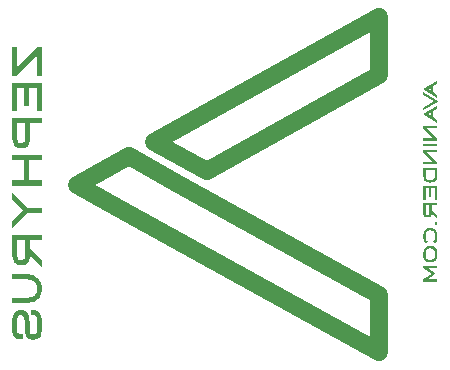
<source format=gbr>
%TF.GenerationSoftware,KiCad,Pcbnew,8.0.4*%
%TF.CreationDate,2025-08-25T15:50:40-04:00*%
%TF.ProjectId,zephyrus_fc,7a657068-7972-4757-935f-66632e6b6963,V1.0*%
%TF.SameCoordinates,Original*%
%TF.FileFunction,Legend,Bot*%
%TF.FilePolarity,Positive*%
%FSLAX46Y46*%
G04 Gerber Fmt 4.6, Leading zero omitted, Abs format (unit mm)*
G04 Created by KiCad (PCBNEW 8.0.4) date 2025-08-25 15:50:40*
%MOMM*%
%LPD*%
G01*
G04 APERTURE LIST*
%ADD10C,1.500000*%
%ADD11C,0.250000*%
%ADD12R,1.700000X1.700000*%
%ADD13O,1.700000X1.700000*%
%ADD14C,3.200000*%
%ADD15O,2.000000X1.100000*%
%ADD16O,1.800000X1.200000*%
G04 APERTURE END LIST*
D10*
X142811448Y-77431706D02*
X164026878Y-89154000D01*
X164026878Y-89154000D02*
X164026878Y-84311347D01*
X164026878Y-84311347D02*
X147192895Y-74971946D01*
X147192895Y-74971946D02*
X142811448Y-72550619D01*
X142811448Y-72550619D02*
X138430000Y-74971946D01*
X138430000Y-74971946D02*
X142811448Y-77431706D01*
X164026878Y-60789891D02*
X145002171Y-71359173D01*
X145002171Y-71359173D02*
X149422053Y-73780499D01*
X149422053Y-73780499D02*
X164026878Y-65670978D01*
X164026878Y-65670978D02*
X164026878Y-60789891D01*
D11*
G36*
X133368785Y-65037516D02*
G01*
X133379166Y-63308277D01*
X132959068Y-63308277D01*
X132959068Y-65734219D01*
X133270478Y-65734219D01*
X135048565Y-64008643D01*
X135048565Y-65734219D01*
X135465000Y-65734219D01*
X135465000Y-63308277D01*
X135153590Y-63308277D01*
X133368785Y-65037516D01*
G37*
G36*
X133975118Y-68271902D02*
G01*
X134370792Y-68271902D01*
X134370792Y-66759428D01*
X135043070Y-66759428D01*
X135043070Y-68740848D01*
X135459504Y-68740848D01*
X135459504Y-66314906D01*
X132974333Y-66314906D01*
X132974333Y-68740848D01*
X133393820Y-68740848D01*
X133393820Y-66759428D01*
X133975118Y-66759428D01*
X133975118Y-68271902D01*
G37*
G36*
X135472327Y-69773385D02*
G01*
X134475205Y-69769721D01*
X134475205Y-70809585D01*
X134474934Y-70859117D01*
X134470218Y-71007092D01*
X134457943Y-71152019D01*
X134435917Y-71291180D01*
X134401949Y-71421854D01*
X134353847Y-71541322D01*
X134289420Y-71646863D01*
X134174334Y-71761219D01*
X134063292Y-71823688D01*
X133928618Y-71863164D01*
X133768122Y-71876927D01*
X133669815Y-71876927D01*
X133613591Y-71875364D01*
X133462701Y-71852728D01*
X133336786Y-71805286D01*
X133233664Y-71735757D01*
X133127850Y-71613398D01*
X133069423Y-71502912D01*
X133026513Y-71379407D01*
X132996937Y-71245602D01*
X132978514Y-71104217D01*
X132969061Y-70957971D01*
X132968386Y-70920394D01*
X133381953Y-70920394D01*
X133386493Y-71044058D01*
X133390049Y-71114612D01*
X133414581Y-71240063D01*
X133453425Y-71323551D01*
X133552258Y-71406749D01*
X133673478Y-71428741D01*
X133760795Y-71428741D01*
X133812032Y-71425761D01*
X133944819Y-71372207D01*
X134018471Y-71262122D01*
X134047733Y-71133261D01*
X134056611Y-71008210D01*
X134058161Y-70872478D01*
X134058161Y-69766058D01*
X133382829Y-69766058D01*
X133382829Y-70826682D01*
X133381953Y-70920394D01*
X132968386Y-70920394D01*
X132966395Y-70809585D01*
X132966395Y-69321536D01*
X135472327Y-69321536D01*
X135472327Y-69773385D01*
G37*
G36*
X135465000Y-72902136D02*
G01*
X135465000Y-72457614D01*
X132959068Y-72457614D01*
X132959068Y-72902136D01*
X133960464Y-72902136D01*
X133960464Y-74600234D01*
X132959068Y-74600234D01*
X132959068Y-75051473D01*
X135465000Y-75051473D01*
X135465000Y-74600234D01*
X134376898Y-74600234D01*
X134376898Y-72902136D01*
X135465000Y-72902136D01*
G37*
G36*
X132959068Y-78638179D02*
G01*
X134292634Y-77350409D01*
X135465000Y-77350409D01*
X135465000Y-76908940D01*
X134285917Y-76908940D01*
X132959068Y-75627886D01*
X132959068Y-76215901D01*
X133900624Y-77136696D01*
X132959068Y-78043448D01*
X132959068Y-78638179D01*
G37*
G36*
X135472327Y-79665220D02*
G01*
X134475205Y-79661557D01*
X134475205Y-80389400D01*
X135472327Y-81345001D01*
X135472327Y-81947059D01*
X134467878Y-80981079D01*
X134463535Y-81023093D01*
X134437753Y-81183547D01*
X134396974Y-81329905D01*
X134339135Y-81459591D01*
X134262177Y-81570028D01*
X134164039Y-81658640D01*
X134042659Y-81722852D01*
X133895978Y-81760088D01*
X133768122Y-81768762D01*
X133669815Y-81768762D01*
X133613591Y-81767199D01*
X133462701Y-81744563D01*
X133336786Y-81697121D01*
X133233664Y-81627593D01*
X133127850Y-81505233D01*
X133069423Y-81394748D01*
X133026513Y-81271242D01*
X132996937Y-81137437D01*
X132978514Y-80996052D01*
X132969061Y-80849806D01*
X132968386Y-80812230D01*
X133381953Y-80812230D01*
X133386493Y-80935894D01*
X133390049Y-81006447D01*
X133414581Y-81131899D01*
X133453425Y-81215387D01*
X133552258Y-81298584D01*
X133673478Y-81320576D01*
X133760795Y-81320576D01*
X133812032Y-81317596D01*
X133944819Y-81264043D01*
X134018471Y-81153957D01*
X134047733Y-81025097D01*
X134056611Y-80900045D01*
X134058161Y-80764313D01*
X134058161Y-79657893D01*
X133382829Y-79657893D01*
X133382829Y-80718518D01*
X133381953Y-80812230D01*
X132968386Y-80812230D01*
X132966395Y-80701421D01*
X132966395Y-79213371D01*
X135472327Y-79213371D01*
X135472327Y-79665220D01*
G37*
G36*
X133970844Y-84984830D02*
G01*
X134111594Y-84982228D01*
X134251029Y-84973834D01*
X134388078Y-84958764D01*
X134521669Y-84936134D01*
X134650730Y-84905060D01*
X134774191Y-84864659D01*
X134890978Y-84814047D01*
X135000022Y-84752341D01*
X135100250Y-84678656D01*
X135190591Y-84592109D01*
X135269973Y-84491816D01*
X135337325Y-84376894D01*
X135391575Y-84246458D01*
X135431652Y-84099626D01*
X135456484Y-83935513D01*
X135465000Y-83753235D01*
X135456370Y-83571630D01*
X135431226Y-83408159D01*
X135390686Y-83261936D01*
X135335866Y-83132076D01*
X135267883Y-83017693D01*
X135187854Y-82917903D01*
X135096897Y-82831819D01*
X134996130Y-82758556D01*
X134886668Y-82697228D01*
X134769629Y-82646951D01*
X134646130Y-82606838D01*
X134517290Y-82576004D01*
X134384223Y-82553563D01*
X134248049Y-82538630D01*
X134109883Y-82530320D01*
X133970844Y-82527747D01*
X132959068Y-82527747D01*
X132959068Y-82972269D01*
X133970844Y-82972269D01*
X134117474Y-82975902D01*
X134245480Y-82985459D01*
X134377535Y-83002750D01*
X134508593Y-83029455D01*
X134633610Y-83067257D01*
X134747541Y-83117837D01*
X134866681Y-83201593D01*
X134905073Y-83242157D01*
X134980988Y-83356321D01*
X135028339Y-83479530D01*
X135052678Y-83612585D01*
X135059462Y-83737716D01*
X135059556Y-83756288D01*
X135054346Y-83882086D01*
X135032212Y-84014545D01*
X134987222Y-84137408D01*
X134913538Y-84253251D01*
X134902020Y-84267366D01*
X134796940Y-84361079D01*
X134662337Y-84430885D01*
X134540067Y-84471724D01*
X134410334Y-84501046D01*
X134278218Y-84520532D01*
X134148800Y-84531865D01*
X133998560Y-84537127D01*
X133970844Y-84537255D01*
X132959068Y-84537255D01*
X132959068Y-84984830D01*
X133970844Y-84984830D01*
G37*
G36*
X135472937Y-86642017D02*
G01*
X135472116Y-86519685D01*
X135467623Y-86393567D01*
X135456419Y-86266404D01*
X135435461Y-86140938D01*
X135401710Y-86019908D01*
X135352123Y-85906054D01*
X135283660Y-85802119D01*
X135193279Y-85710841D01*
X135089412Y-85643841D01*
X134966582Y-85600118D01*
X134941099Y-85595437D01*
X134819565Y-85582334D01*
X134734713Y-85581393D01*
X134566186Y-85581393D01*
X134566186Y-86029578D01*
X134759138Y-86029578D01*
X134853782Y-86036295D01*
X134962335Y-86092991D01*
X135024167Y-86205963D01*
X135035743Y-86246344D01*
X135054517Y-86371909D01*
X135056503Y-86428305D01*
X135060055Y-86552303D01*
X135060167Y-86603549D01*
X135060167Y-87086539D01*
X135058686Y-87211454D01*
X135048317Y-87341907D01*
X135032079Y-87426037D01*
X134979450Y-87545145D01*
X134880085Y-87619189D01*
X134853782Y-87625705D01*
X134762801Y-87632422D01*
X134702962Y-87632422D01*
X134575729Y-87604578D01*
X134485548Y-87510062D01*
X134454445Y-87426037D01*
X134432185Y-87300570D01*
X134426357Y-87219652D01*
X134426357Y-87002275D01*
X134426357Y-86631637D01*
X134425363Y-86508984D01*
X134420356Y-86381994D01*
X134408293Y-86253545D01*
X134386133Y-86126512D01*
X134350836Y-86003773D01*
X134299360Y-85888204D01*
X134228664Y-85782681D01*
X134135708Y-85690081D01*
X134029510Y-85622933D01*
X133906528Y-85581622D01*
X133779280Y-85565722D01*
X133691796Y-85563685D01*
X133642337Y-85563685D01*
X133483921Y-85577784D01*
X133351634Y-85618131D01*
X133243174Y-85681801D01*
X133131641Y-85797919D01*
X133069817Y-85904633D01*
X133024141Y-86024919D01*
X132992310Y-86155853D01*
X132972021Y-86294509D01*
X132960970Y-86437961D01*
X132956854Y-86583285D01*
X132956625Y-86631637D01*
X132956625Y-86991895D01*
X132958121Y-87145194D01*
X132964074Y-87273175D01*
X132977596Y-87402391D01*
X133001770Y-87529602D01*
X133039682Y-87651567D01*
X133094414Y-87765043D01*
X133169051Y-87866789D01*
X133239947Y-87933451D01*
X133350034Y-88003513D01*
X133471492Y-88045400D01*
X133488464Y-88048856D01*
X133613920Y-88061958D01*
X133702177Y-88062900D01*
X133862766Y-88062900D01*
X133862766Y-87611661D01*
X133677752Y-87611661D01*
X133575781Y-87607998D01*
X133466045Y-87550315D01*
X133404344Y-87437454D01*
X133393820Y-87397949D01*
X133376669Y-87275320D01*
X133373060Y-87219652D01*
X133369508Y-87095654D01*
X133369396Y-87044407D01*
X133369396Y-86582178D01*
X133369559Y-86455320D01*
X133377752Y-86328094D01*
X133383440Y-86288476D01*
X133412296Y-86161886D01*
X133481748Y-86057666D01*
X133596576Y-86015252D01*
X133677752Y-86011871D01*
X133726601Y-86011871D01*
X133855461Y-86040443D01*
X133944531Y-86134488D01*
X133975118Y-86215203D01*
X133996697Y-86336036D01*
X134003206Y-86424641D01*
X134004389Y-86548305D01*
X134003206Y-86642017D01*
X134003206Y-87013266D01*
X134004754Y-87165881D01*
X134010840Y-87292867D01*
X134024602Y-87420855D01*
X134049143Y-87546753D01*
X134087569Y-87667471D01*
X134142986Y-87779917D01*
X134218500Y-87881000D01*
X134290191Y-87947495D01*
X134397458Y-88016980D01*
X134518985Y-88060696D01*
X134644162Y-88078213D01*
X134731050Y-88080608D01*
X134787226Y-88080608D01*
X134945642Y-88066422D01*
X135077928Y-88025852D01*
X135186389Y-87961880D01*
X135297922Y-87845338D01*
X135359746Y-87738362D01*
X135405422Y-87617927D01*
X135437253Y-87487015D01*
X135457542Y-87348608D01*
X135468593Y-87205689D01*
X135472709Y-87061240D01*
X135472937Y-87013266D01*
X135472937Y-86642017D01*
G37*
G36*
X168960000Y-66433683D02*
G01*
X168600669Y-66645588D01*
X168598911Y-67154688D01*
X168960000Y-67366300D01*
X168960000Y-67613376D01*
X167757152Y-66899112D01*
X168170411Y-66899112D01*
X168407522Y-67040382D01*
X168407522Y-66759894D01*
X168170411Y-66899112D01*
X167757152Y-66899112D01*
X168960000Y-66190124D01*
X168960000Y-66433683D01*
G37*
G36*
X167759497Y-67120982D02*
G01*
X167759497Y-67368058D01*
X168682149Y-67907347D01*
X167759497Y-68438428D01*
X167759497Y-68677005D01*
X168976120Y-67981206D01*
X168971137Y-67835246D01*
X167759497Y-67120982D01*
G37*
G36*
X168960000Y-68520494D02*
G01*
X168600669Y-68732399D01*
X168598911Y-69241499D01*
X168960000Y-69453111D01*
X168960000Y-69700187D01*
X167757152Y-68985923D01*
X168170411Y-68985923D01*
X168407522Y-69127193D01*
X168407522Y-68846705D01*
X168170411Y-68985923D01*
X167757152Y-68985923D01*
X168960000Y-68276935D01*
X168960000Y-68520494D01*
G37*
G36*
X168960000Y-69976865D02*
G01*
X167757152Y-69976865D01*
X167757152Y-70139824D01*
X168622358Y-71005323D01*
X167757152Y-71005323D01*
X167757152Y-71221917D01*
X168960000Y-71221917D01*
X168960000Y-71055735D01*
X168093328Y-70191994D01*
X168960000Y-70190236D01*
X168960000Y-69976865D01*
G37*
G36*
X167757152Y-71711966D02*
G01*
X168960000Y-71711966D01*
X168960000Y-71498596D01*
X167757152Y-71498596D01*
X167757152Y-71711966D01*
G37*
G36*
X168960000Y-71989817D02*
G01*
X167757152Y-71989817D01*
X167757152Y-72152776D01*
X168622358Y-73018275D01*
X167757152Y-73018275D01*
X167757152Y-73234869D01*
X168960000Y-73234869D01*
X168960000Y-73068686D01*
X168093328Y-72204946D01*
X168960000Y-72203187D01*
X168960000Y-71989817D01*
G37*
G36*
X168960000Y-74094506D02*
G01*
X168959433Y-74135201D01*
X168954890Y-74213102D01*
X168945776Y-74286297D01*
X168932061Y-74354716D01*
X168913715Y-74418289D01*
X168890709Y-74476946D01*
X168863013Y-74530618D01*
X168812611Y-74601628D01*
X168751491Y-74661030D01*
X168679551Y-74708590D01*
X168625532Y-74733601D01*
X168566630Y-74753176D01*
X168502816Y-74767244D01*
X168434061Y-74775736D01*
X168360334Y-74778582D01*
X168334967Y-74778276D01*
X168270644Y-74774522D01*
X168205883Y-74765722D01*
X168141749Y-74750912D01*
X168079310Y-74729126D01*
X168019632Y-74699397D01*
X167963782Y-74660759D01*
X167908621Y-74607156D01*
X167863490Y-74545615D01*
X167827563Y-74477652D01*
X167800017Y-74404780D01*
X167784361Y-74347817D01*
X167772608Y-74289584D01*
X167764410Y-74230719D01*
X167759419Y-74171864D01*
X167757152Y-74094506D01*
X167955575Y-74094506D01*
X167955864Y-74120990D01*
X167959521Y-74189183D01*
X167968388Y-74258087D01*
X167983733Y-74325055D01*
X168006823Y-74387435D01*
X168038927Y-74442578D01*
X168081311Y-74487835D01*
X168110593Y-74508343D01*
X168167720Y-74534832D01*
X168229813Y-74551154D01*
X168293924Y-74559409D01*
X168357110Y-74561694D01*
X168393490Y-74560997D01*
X168458527Y-74555558D01*
X168522660Y-74542950D01*
X168582795Y-74521075D01*
X168635840Y-74487835D01*
X168654161Y-74471088D01*
X168692383Y-74421559D01*
X168720797Y-74363203D01*
X168740678Y-74298670D01*
X168753301Y-74230610D01*
X168759940Y-74161672D01*
X168761870Y-74094506D01*
X168761870Y-73724918D01*
X167955575Y-73724918D01*
X167955575Y-74094506D01*
X167757152Y-74094506D01*
X167757152Y-73511548D01*
X168960000Y-73511548D01*
X168960000Y-74094506D01*
G37*
G36*
X168244856Y-75996083D02*
G01*
X168434780Y-75996083D01*
X168434780Y-75270096D01*
X168757473Y-75270096D01*
X168757473Y-76221178D01*
X168957362Y-76221178D01*
X168957362Y-75056725D01*
X167764480Y-75056725D01*
X167764480Y-76221178D01*
X167965833Y-76221178D01*
X167965833Y-75270096D01*
X168244856Y-75270096D01*
X168244856Y-75996083D01*
G37*
G36*
X168963517Y-76716795D02*
G01*
X168484898Y-76715037D01*
X168484898Y-77064402D01*
X168963517Y-77523090D01*
X168963517Y-77812078D01*
X168481381Y-77348407D01*
X168479296Y-77368574D01*
X168466921Y-77445592D01*
X168447347Y-77515844D01*
X168419585Y-77578093D01*
X168382645Y-77631103D01*
X168335538Y-77673637D01*
X168277276Y-77704459D01*
X168206869Y-77722332D01*
X168145498Y-77726495D01*
X168098311Y-77726495D01*
X168071323Y-77725745D01*
X167998896Y-77714880D01*
X167938457Y-77692107D01*
X167888958Y-77658734D01*
X167838168Y-77600001D01*
X167810123Y-77546968D01*
X167789526Y-77487686D01*
X167775330Y-77423459D01*
X167766487Y-77355594D01*
X167761949Y-77285397D01*
X167761625Y-77267360D01*
X167960137Y-77267360D01*
X167962316Y-77326718D01*
X167964023Y-77360584D01*
X167975799Y-77420801D01*
X167994444Y-77460875D01*
X168041884Y-77500810D01*
X168100069Y-77511366D01*
X168141981Y-77511366D01*
X168166575Y-77509936D01*
X168230313Y-77484230D01*
X168265666Y-77431389D01*
X168279712Y-77369536D01*
X168283973Y-77309511D01*
X168284717Y-77244360D01*
X168284717Y-76713278D01*
X167960558Y-76713278D01*
X167960558Y-77222378D01*
X167960137Y-77267360D01*
X167761625Y-77267360D01*
X167760669Y-77214171D01*
X167760669Y-76499908D01*
X168963517Y-76499908D01*
X168963517Y-76716795D01*
G37*
G36*
X168960000Y-78337884D02*
G01*
X168960000Y-78090808D01*
X168724940Y-78090808D01*
X168724940Y-78337884D01*
X168960000Y-78337884D01*
G37*
G36*
X168156929Y-79765825D02*
G01*
X168135240Y-79754102D01*
X168106517Y-79740619D01*
X168084829Y-79727137D01*
X168066364Y-79710431D01*
X168028870Y-79664553D01*
X168000747Y-79607979D01*
X167980760Y-79544010D01*
X167967674Y-79475946D01*
X167960256Y-79407088D01*
X167957270Y-79340737D01*
X167957041Y-79315637D01*
X167958172Y-79255382D01*
X167964387Y-79172876D01*
X167976545Y-79099688D01*
X167995237Y-79035670D01*
X168021054Y-78980671D01*
X168067576Y-78921113D01*
X168129209Y-78876971D01*
X168186192Y-78853769D01*
X168253050Y-78838891D01*
X168330374Y-78832187D01*
X168358576Y-78831743D01*
X168439969Y-78835755D01*
X168510616Y-78847892D01*
X168571115Y-78868303D01*
X168637029Y-78908646D01*
X168687385Y-78964317D01*
X168715795Y-79016342D01*
X168736851Y-79077337D01*
X168751149Y-79147452D01*
X168759289Y-79226835D01*
X168761870Y-79315637D01*
X168760318Y-79380062D01*
X168754868Y-79448314D01*
X168744325Y-79517091D01*
X168727494Y-79583094D01*
X168703183Y-79643022D01*
X168670196Y-79693574D01*
X168654305Y-79710431D01*
X168635840Y-79727137D01*
X168614152Y-79740619D01*
X168585429Y-79754102D01*
X168560223Y-79765825D01*
X168711458Y-79925560D01*
X168721423Y-79920284D01*
X168771798Y-79886432D01*
X168815799Y-79844667D01*
X168854308Y-79791136D01*
X168885811Y-79730105D01*
X168910884Y-79663523D01*
X168930104Y-79593341D01*
X168944049Y-79521511D01*
X168953295Y-79449983D01*
X168958420Y-79380708D01*
X168960000Y-79315637D01*
X168957879Y-79234109D01*
X168951456Y-79157197D01*
X168940639Y-79084990D01*
X168925337Y-79017577D01*
X168905458Y-78955045D01*
X168880911Y-78897485D01*
X168851605Y-78844985D01*
X168798521Y-78775918D01*
X168734213Y-78718735D01*
X168658374Y-78673738D01*
X168601255Y-78650657D01*
X168538782Y-78633214D01*
X168470864Y-78621498D01*
X168397408Y-78615597D01*
X168358576Y-78614855D01*
X168282917Y-78617815D01*
X168212728Y-78626634D01*
X168147927Y-78641225D01*
X168088433Y-78661498D01*
X168034164Y-78687364D01*
X167962383Y-78736457D01*
X167901903Y-78797634D01*
X167852451Y-78870597D01*
X167825474Y-78925638D01*
X167803196Y-78985695D01*
X167785535Y-79050679D01*
X167772410Y-79120500D01*
X167763740Y-79195071D01*
X167759444Y-79274302D01*
X167758911Y-79315637D01*
X167760503Y-79380708D01*
X167765661Y-79449983D01*
X167774954Y-79521511D01*
X167788953Y-79593341D01*
X167808227Y-79663523D01*
X167833347Y-79730105D01*
X167864883Y-79791136D01*
X167903405Y-79844667D01*
X167947039Y-79886432D01*
X167995729Y-79920284D01*
X168007452Y-79925560D01*
X168156929Y-79765825D01*
G37*
G36*
X168400184Y-80133796D02*
G01*
X168473920Y-80139592D01*
X168542120Y-80151120D01*
X168604875Y-80168312D01*
X168662272Y-80191101D01*
X168738515Y-80235635D01*
X168803201Y-80292386D01*
X168856629Y-80361130D01*
X168886139Y-80413509D01*
X168910867Y-80471051D01*
X168930901Y-80533688D01*
X168946329Y-80601354D01*
X168957239Y-80673980D01*
X168963721Y-80751502D01*
X168965861Y-80833850D01*
X168965324Y-80875314D01*
X168960993Y-80954748D01*
X168952253Y-81029457D01*
X168939021Y-81099360D01*
X168921215Y-81164374D01*
X168898755Y-81224420D01*
X168871556Y-81279414D01*
X168821697Y-81352256D01*
X168760717Y-81413274D01*
X168688339Y-81462193D01*
X168633619Y-81487948D01*
X168573629Y-81508122D01*
X168508286Y-81522632D01*
X168437508Y-81531399D01*
X168361214Y-81534339D01*
X168322226Y-81533612D01*
X168248513Y-81527823D01*
X168180402Y-81516307D01*
X168117795Y-81499132D01*
X168060593Y-81476363D01*
X167984711Y-81431866D01*
X167920438Y-81375154D01*
X167867443Y-81306452D01*
X167838214Y-81254099D01*
X167813752Y-81196582D01*
X167793958Y-81133967D01*
X167778734Y-81066320D01*
X167767981Y-80993708D01*
X167761602Y-80916196D01*
X167759497Y-80833850D01*
X167957920Y-80833850D01*
X167960500Y-80922990D01*
X167968641Y-81002580D01*
X167982939Y-81072789D01*
X168003994Y-81133789D01*
X168032405Y-81185752D01*
X168082761Y-81241272D01*
X168148675Y-81281434D01*
X168209174Y-81301720D01*
X168279821Y-81313767D01*
X168361214Y-81317744D01*
X168389271Y-81317295D01*
X168466373Y-81310524D01*
X168533289Y-81295521D01*
X168590549Y-81272162D01*
X168652795Y-81227806D01*
X168700081Y-81168086D01*
X168726486Y-81113037D01*
X168745718Y-81049057D01*
X168758307Y-80976025D01*
X168764786Y-80893815D01*
X168765973Y-80833850D01*
X168763349Y-80745049D01*
X168755092Y-80665665D01*
X168740621Y-80595551D01*
X168719358Y-80534555D01*
X168679438Y-80467156D01*
X168625037Y-80415351D01*
X168573908Y-80386517D01*
X168513280Y-80366106D01*
X168442575Y-80353969D01*
X168361214Y-80349956D01*
X168332852Y-80350400D01*
X168255107Y-80357105D01*
X168187909Y-80371983D01*
X168130660Y-80395185D01*
X168068768Y-80439326D01*
X168022080Y-80498885D01*
X167996188Y-80553883D01*
X167977452Y-80617902D01*
X167965273Y-80691089D01*
X167959052Y-80773596D01*
X167957920Y-80833850D01*
X167759497Y-80833850D01*
X167760031Y-80792360D01*
X167764335Y-80712878D01*
X167773022Y-80638127D01*
X167786175Y-80568188D01*
X167803878Y-80503142D01*
X167826212Y-80443071D01*
X167853261Y-80388055D01*
X167902855Y-80315188D01*
X167963524Y-80254153D01*
X168035547Y-80205224D01*
X168090008Y-80179464D01*
X168149722Y-80159288D01*
X168214773Y-80144776D01*
X168285242Y-80136009D01*
X168361214Y-80133069D01*
X168400184Y-80133796D01*
G37*
G36*
X168960000Y-82027612D02*
G01*
X168960000Y-81810724D01*
X167757152Y-81810724D01*
X167757152Y-81988924D01*
X168511570Y-82491282D01*
X167757152Y-82986900D01*
X167757152Y-83159824D01*
X168960000Y-83159824D01*
X168960000Y-82944988D01*
X168202358Y-82944988D01*
X168785317Y-82563383D01*
X168782093Y-82420647D01*
X168200600Y-82027612D01*
X168960000Y-82027612D01*
G37*
%LPC*%
D12*
%TO.C,J5*%
X192024000Y-63852000D03*
D13*
X189484000Y-63852000D03*
X186944000Y-63852000D03*
%TD*%
D14*
%TO.C,H2*%
X191262000Y-92456000D03*
%TD*%
D12*
%TO.C,J4*%
X182372000Y-68482000D03*
D13*
X179832000Y-68482000D03*
X177292000Y-68482000D03*
%TD*%
D12*
%TO.C,J14*%
X192024000Y-86614000D03*
D13*
X189484000Y-86614000D03*
%TD*%
D12*
%TO.C,J8*%
X192024000Y-77802000D03*
D13*
X189484000Y-77802000D03*
X186944000Y-77802000D03*
%TD*%
D12*
%TO.C,J13*%
X123190000Y-64008000D03*
D13*
X123190000Y-66548000D03*
X123190000Y-69088000D03*
X123190000Y-71628000D03*
X123190000Y-74168000D03*
X123190000Y-76708000D03*
%TD*%
D12*
%TO.C,J12*%
X119380000Y-64008000D03*
D13*
X119380000Y-66548000D03*
X119380000Y-69088000D03*
X119380000Y-71628000D03*
X119380000Y-74168000D03*
X119380000Y-76708000D03*
%TD*%
D12*
%TO.C,J6*%
X192024000Y-68502000D03*
D13*
X189484000Y-68502000D03*
X186944000Y-68502000D03*
%TD*%
D12*
%TO.C,J11*%
X123952000Y-57912000D03*
D13*
X123952000Y-55372000D03*
X126492000Y-57912000D03*
X126492000Y-55372000D03*
X129032000Y-57912000D03*
X129032000Y-55372000D03*
X131572000Y-57912000D03*
X131572000Y-55372000D03*
%TD*%
D14*
%TO.C,H1*%
X191262000Y-57912000D03*
%TD*%
D15*
%TO.C,USB1*%
X109610000Y-70852000D03*
D16*
X105410000Y-70852000D03*
D15*
X109610000Y-79502000D03*
D16*
X105410000Y-79502000D03*
%TD*%
D12*
%TO.C,J17*%
X185166000Y-85852000D03*
D13*
X185166000Y-83312000D03*
%TD*%
D12*
%TO.C,J7*%
X192024000Y-73152000D03*
D13*
X189484000Y-73152000D03*
X186944000Y-73152000D03*
%TD*%
D14*
%TO.C,H3*%
X107188000Y-57912000D03*
%TD*%
D12*
%TO.C,J9*%
X183642000Y-55372000D03*
D13*
X183642000Y-57912000D03*
X181102000Y-55372000D03*
X181102000Y-57912000D03*
X178562000Y-55372000D03*
X178562000Y-57912000D03*
X176022000Y-55372000D03*
X176022000Y-57912000D03*
X173482000Y-55372000D03*
X173482000Y-57912000D03*
X170942000Y-55372000D03*
X170942000Y-57912000D03*
X168402000Y-55372000D03*
X168402000Y-57912000D03*
X165862000Y-55372000D03*
X165862000Y-57912000D03*
X163322000Y-55372000D03*
X163322000Y-57912000D03*
X160782000Y-55372000D03*
X160782000Y-57912000D03*
X158242000Y-55372000D03*
X158242000Y-57912000D03*
X155702000Y-55372000D03*
X155702000Y-57912000D03*
X153162000Y-55372000D03*
X153162000Y-57912000D03*
X150622000Y-55372000D03*
X150622000Y-57912000D03*
X148082000Y-55372000D03*
X148082000Y-57912000D03*
X145542000Y-55372000D03*
X145542000Y-57912000D03*
X143002000Y-55372000D03*
X143002000Y-57912000D03*
X140462000Y-55372000D03*
X140462000Y-57912000D03*
X137922000Y-55372000D03*
X137922000Y-57912000D03*
X135382000Y-55372000D03*
X135382000Y-57912000D03*
%TD*%
D14*
%TO.C,H4*%
X107188000Y-92456000D03*
%TD*%
D12*
%TO.C,J2*%
X192024000Y-82296000D03*
D13*
X189484000Y-82296000D03*
%TD*%
D12*
%TO.C,J3*%
X182372000Y-63832000D03*
D13*
X179832000Y-63832000D03*
X177292000Y-63832000D03*
%TD*%
D12*
%TO.C,J15*%
X130556000Y-64008000D03*
D13*
X130556000Y-66548000D03*
X130556000Y-69088000D03*
X130556000Y-71628000D03*
%TD*%
D12*
%TO.C,J16*%
X126844000Y-64008000D03*
D13*
X126844000Y-66548000D03*
X126844000Y-69088000D03*
X126844000Y-71628000D03*
%TD*%
D12*
%TO.C,J10*%
X162052000Y-92456000D03*
D13*
X162052000Y-94996000D03*
X159512000Y-92456000D03*
X159512000Y-94996000D03*
X156972000Y-92456000D03*
X156972000Y-94996000D03*
X154432000Y-92456000D03*
X154432000Y-94996000D03*
X151892000Y-92456000D03*
X151892000Y-94996000D03*
X149352000Y-92456000D03*
X149352000Y-94996000D03*
X146812000Y-92456000D03*
X146812000Y-94996000D03*
X144272000Y-92456000D03*
X144272000Y-94996000D03*
X141732000Y-92456000D03*
X141732000Y-94996000D03*
X139192000Y-92456000D03*
X139192000Y-94996000D03*
X136652000Y-92456000D03*
X136652000Y-94996000D03*
X134112000Y-92456000D03*
X134112000Y-94996000D03*
X131572000Y-92456000D03*
X131572000Y-94996000D03*
X129032000Y-92456000D03*
X129032000Y-94996000D03*
X126492000Y-92456000D03*
X126492000Y-94996000D03*
X123952000Y-92456000D03*
X123952000Y-94996000D03*
X121412000Y-92456000D03*
X121412000Y-94996000D03*
X118872000Y-92456000D03*
X118872000Y-94996000D03*
X116332000Y-92456000D03*
X116332000Y-94996000D03*
X113792000Y-92456000D03*
X113792000Y-94996000D03*
%TD*%
D12*
%TO.C,J1*%
X172212000Y-73152000D03*
D13*
X174752000Y-73152000D03*
X177292000Y-73152000D03*
X179832000Y-73152000D03*
X182372000Y-73152000D03*
%TD*%
%LPD*%
M02*

</source>
